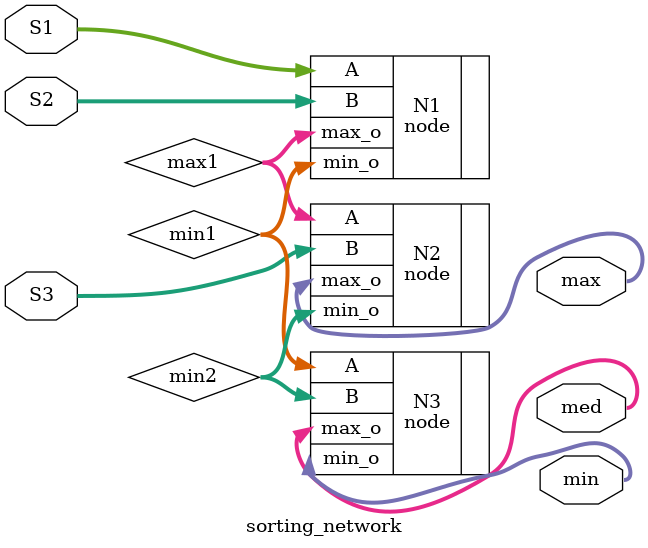
<source format=v>
module sorting_network (
    input  [7:0] S1,
    input  [7:0] S2,
    input  [7:0] S3,
    output [7:0] max,
    output [7:0] med,
    output [7:0] min
);

  wire [7:0] max1, min1;
  wire [7:0] min2;


  // nodes
  node N1 (
      .A(S1),
      .B(S2),
      .min_o(min1),
      .max_o(max1)
  );
  node N2 (
      .A(max1),
      .B(S3),
      .min_o(min2),
      .max_o(max)
  );

  node N3 (
      .A(min1),
      .B(min2),
      .min_o(min),
      .max_o(med)
  );




endmodule
</source>
